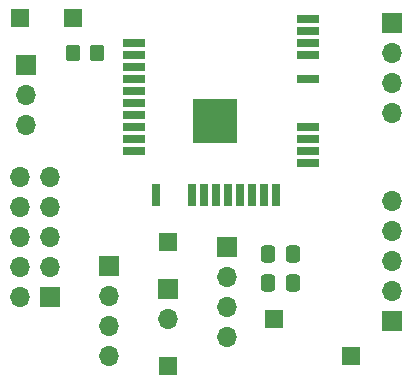
<source format=gts>
G04 #@! TF.GenerationSoftware,KiCad,Pcbnew,9.0.0*
G04 #@! TF.CreationDate,2025-03-07T02:47:21-06:00*
G04 #@! TF.ProjectId,ATWILC1000_Breakout,41545749-4c43-4313-9030-305f42726561,rev?*
G04 #@! TF.SameCoordinates,Original*
G04 #@! TF.FileFunction,Soldermask,Top*
G04 #@! TF.FilePolarity,Negative*
%FSLAX46Y46*%
G04 Gerber Fmt 4.6, Leading zero omitted, Abs format (unit mm)*
G04 Created by KiCad (PCBNEW 9.0.0) date 2025-03-07 02:47:21*
%MOMM*%
%LPD*%
G01*
G04 APERTURE LIST*
G04 Aperture macros list*
%AMRoundRect*
0 Rectangle with rounded corners*
0 $1 Rounding radius*
0 $2 $3 $4 $5 $6 $7 $8 $9 X,Y pos of 4 corners*
0 Add a 4 corners polygon primitive as box body*
4,1,4,$2,$3,$4,$5,$6,$7,$8,$9,$2,$3,0*
0 Add four circle primitives for the rounded corners*
1,1,$1+$1,$2,$3*
1,1,$1+$1,$4,$5*
1,1,$1+$1,$6,$7*
1,1,$1+$1,$8,$9*
0 Add four rect primitives between the rounded corners*
20,1,$1+$1,$2,$3,$4,$5,0*
20,1,$1+$1,$4,$5,$6,$7,0*
20,1,$1+$1,$6,$7,$8,$9,0*
20,1,$1+$1,$8,$9,$2,$3,0*%
G04 Aperture macros list end*
%ADD10R,1.700000X1.700000*%
%ADD11O,1.700000X1.700000*%
%ADD12R,1.500000X1.500000*%
%ADD13RoundRect,0.250000X-0.350000X-0.450000X0.350000X-0.450000X0.350000X0.450000X-0.350000X0.450000X0*%
%ADD14RoundRect,0.250000X-0.337500X-0.475000X0.337500X-0.475000X0.337500X0.475000X-0.337500X0.475000X0*%
%ADD15R,3.700000X3.700000*%
%ADD16R,1.900000X0.800000*%
%ADD17R,0.800000X1.900000*%
G04 APERTURE END LIST*
D10*
X130500000Y-96000000D03*
D11*
X130500000Y-98540000D03*
X130500000Y-101080000D03*
D10*
X161500000Y-92420000D03*
D11*
X161500000Y-94960000D03*
X161500000Y-97500000D03*
X161500000Y-100040000D03*
D10*
X132500000Y-115620000D03*
D11*
X129960000Y-115620000D03*
X132500000Y-113080000D03*
X129960000Y-113080000D03*
X132500000Y-110540000D03*
X129960000Y-110540000D03*
X132500000Y-108000000D03*
X129960000Y-108000000D03*
X132500000Y-105460000D03*
X129960000Y-105460000D03*
D12*
X130000000Y-92000000D03*
D10*
X147500000Y-111460000D03*
D11*
X147500000Y-114000000D03*
X147500000Y-116540000D03*
X147500000Y-119080000D03*
D13*
X134500000Y-95000000D03*
X136500000Y-95000000D03*
D12*
X142500000Y-121500000D03*
D14*
X151000000Y-114500000D03*
X153075000Y-114500000D03*
D10*
X142500000Y-114960000D03*
D11*
X142500000Y-117500000D03*
D12*
X134500000Y-92000000D03*
D10*
X161500000Y-117660000D03*
D11*
X161500000Y-115120000D03*
X161500000Y-112580000D03*
X161500000Y-110040000D03*
X161500000Y-107500000D03*
D12*
X142500000Y-111000000D03*
D15*
X146480000Y-100730000D03*
D16*
X154330000Y-104330000D03*
X154330000Y-103320000D03*
X154330000Y-102304000D03*
X154330000Y-101288000D03*
X154330000Y-97224000D03*
X154330000Y-95192000D03*
X154330000Y-94176000D03*
X154330000Y-93160000D03*
X154330000Y-92144000D03*
X139600000Y-94176000D03*
X139600000Y-95192000D03*
X139600000Y-96208000D03*
X139600000Y-97224000D03*
X139600000Y-98240000D03*
X139600000Y-99256000D03*
X139600000Y-100272000D03*
X139600000Y-101288000D03*
X139600000Y-102304000D03*
X139600000Y-103320000D03*
D17*
X141500000Y-107000000D03*
X144548000Y-107000000D03*
X145564000Y-107000000D03*
X146580000Y-107000000D03*
X147596000Y-107000000D03*
X148612000Y-107000000D03*
X149628000Y-107000000D03*
X150644000Y-107000000D03*
X151660000Y-107000000D03*
D12*
X151500000Y-117500000D03*
D14*
X151000000Y-112000000D03*
X153075000Y-112000000D03*
D10*
X137500000Y-113000000D03*
D11*
X137500000Y-115540000D03*
X137500000Y-118080000D03*
X137500000Y-120620000D03*
D12*
X158000000Y-120660000D03*
M02*

</source>
